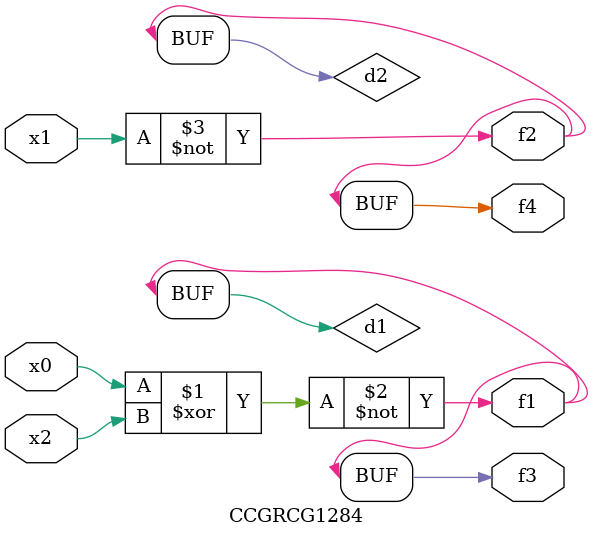
<source format=v>
module CCGRCG1284(
	input x0, x1, x2,
	output f1, f2, f3, f4
);

	wire d1, d2, d3;

	xnor (d1, x0, x2);
	nand (d2, x1);
	nor (d3, x1, x2);
	assign f1 = d1;
	assign f2 = d2;
	assign f3 = d1;
	assign f4 = d2;
endmodule

</source>
